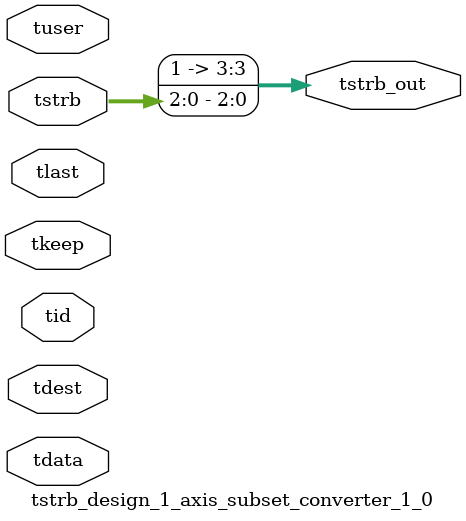
<source format=v>


`timescale 1ps/1ps

module tstrb_design_1_axis_subset_converter_1_0 #
(
parameter C_S_AXIS_TDATA_WIDTH = 32,
parameter C_S_AXIS_TUSER_WIDTH = 0,
parameter C_S_AXIS_TID_WIDTH   = 0,
parameter C_S_AXIS_TDEST_WIDTH = 0,
parameter C_M_AXIS_TDATA_WIDTH = 32
)
(
input  [(C_S_AXIS_TDATA_WIDTH == 0 ? 1 : C_S_AXIS_TDATA_WIDTH)-1:0     ] tdata,
input  [(C_S_AXIS_TUSER_WIDTH == 0 ? 1 : C_S_AXIS_TUSER_WIDTH)-1:0     ] tuser,
input  [(C_S_AXIS_TID_WIDTH   == 0 ? 1 : C_S_AXIS_TID_WIDTH)-1:0       ] tid,
input  [(C_S_AXIS_TDEST_WIDTH == 0 ? 1 : C_S_AXIS_TDEST_WIDTH)-1:0     ] tdest,
input  [(C_S_AXIS_TDATA_WIDTH/8)-1:0 ] tkeep,
input  [(C_S_AXIS_TDATA_WIDTH/8)-1:0 ] tstrb,
input                                                                    tlast,
output [(C_M_AXIS_TDATA_WIDTH/8)-1:0 ] tstrb_out
);

assign tstrb_out = {1'b1,tstrb[2:0]};

endmodule


</source>
